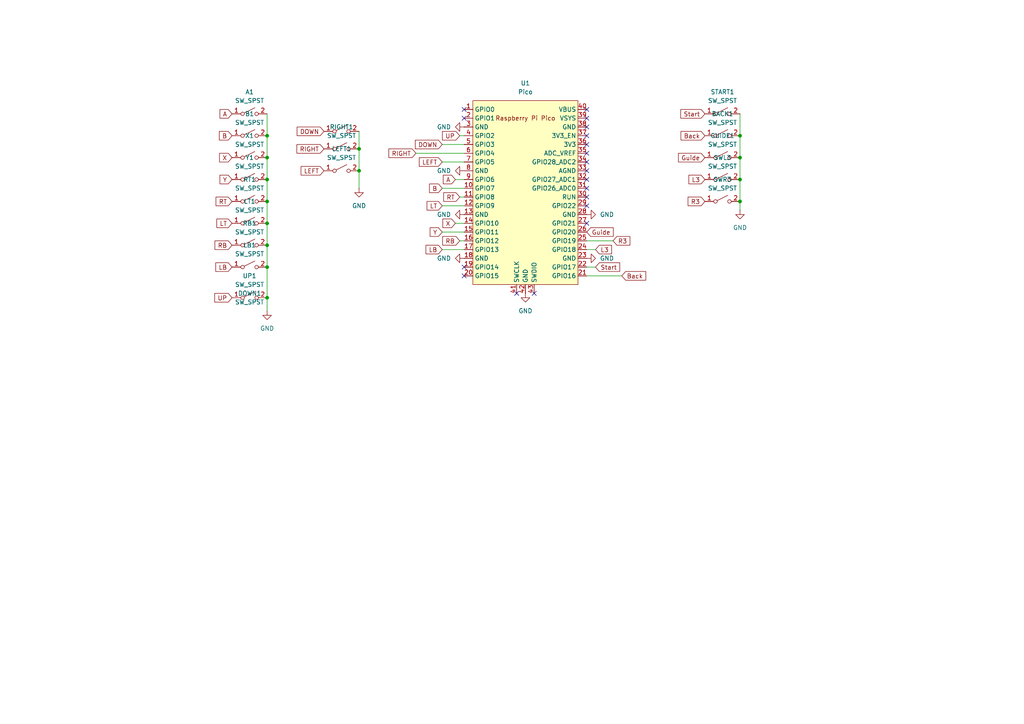
<source format=kicad_sch>
(kicad_sch (version 20231120) (generator "eeschema") (generator_version "8.0")
  (paper "A4")
  (lib_symbols
    (symbol "Switch:SW_SPST" (pin_names (offset 0) hide)
      (property "Reference" "SW" (at 0 3.175 0))
      (property "Value" "SW_SPST" (at 0 -2.54 0))
      (symbol "SW_SPST_0_0"
        (circle (center -2.032 0) (radius 0.508))
        (polyline (pts (xy -1.524 0.254) (xy 1.524 1.778)))
        (circle (center 2.032 0) (radius 0.508))
      )
      (symbol "SW_SPST_1_1"
        (pin passive line (at -5.08 0 0) (length 2.54) (name "A") (number "1"))
        (pin passive line (at 5.08 0 180) (length 2.54) (name "B") (number "2"))
      )
    )
    (symbol "pico:Pico"
      (property "Reference" "U" (at -13.97 27.94 0))
      (property "Value" "Pico" (at 0 19.05 0))
      (symbol "Pico_0_0"
        (text "Raspberry Pi Pico" (at 0 21.59 0) (effects (font (size 1.27 1.27))))
      )
      (symbol "Pico_0_1"
        (rectangle (start -15.24 26.67) (end 15.24 -26.67) (fill (type background)))
      )
      (symbol "Pico_1_1"
        (pin bidirectional line (at -17.78 24.13 0) (length 2.54) (name "GPIO0") (number "1"))
        (pin bidirectional line (at -17.78 1.27 0) (length 2.54) (name "GPIO7") (number "10"))
        (pin bidirectional line (at -17.78 -1.27 0) (length 2.54) (name "GPIO8") (number "11"))
        (pin bidirectional line (at -17.78 -3.81 0) (length 2.54) (name "GPIO9") (number "12"))
        (pin power_in line (at -17.78 -6.35 0) (length 2.54) (name "GND") (number "13"))
        (pin bidirectional line (at -17.78 -8.89 0) (length 2.54) (name "GPIO10") (number "14"))
        (pin bidirectional line (at -17.78 -11.43 0) (length 2.54) (name "GPIO11") (number "15"))
        (pin bidirectional line (at -17.78 -13.97 0) (length 2.54) (name "GPIO12") (number "16"))
        (pin bidirectional line (at -17.78 -16.51 0) (length 2.54) (name "GPIO13") (number "17"))
        (pin power_in line (at -17.78 -19.05 0) (length 2.54) (name "GND") (number "18"))
        (pin bidirectional line (at -17.78 -21.59 0) (length 2.54) (name "GPIO14") (number "19"))
        (pin bidirectional line (at -17.78 21.59 0) (length 2.54) (name "GPIO1") (number "2"))
        (pin bidirectional line (at -17.78 -24.13 0) (length 2.54) (name "GPIO15") (number "20"))
        (pin bidirectional line (at 17.78 -24.13 180) (length 2.54) (name "GPIO16") (number "21"))
        (pin bidirectional line (at 17.78 -21.59 180) (length 2.54) (name "GPIO17") (number "22"))
        (pin power_in line (at 17.78 -19.05 180) (length 2.54) (name "GND") (number "23"))
        (pin bidirectional line (at 17.78 -16.51 180) (length 2.54) (name "GPIO18") (number "24"))
        (pin bidirectional line (at 17.78 -13.97 180) (length 2.54) (name "GPIO19") (number "25"))
        (pin bidirectional line (at 17.78 -11.43 180) (length 2.54) (name "GPIO20") (number "26"))
        (pin bidirectional line (at 17.78 -8.89 180) (length 2.54) (name "GPIO21") (number "27"))
        (pin power_in line (at 17.78 -6.35 180) (length 2.54) (name "GND") (number "28"))
        (pin bidirectional line (at 17.78 -3.81 180) (length 2.54) (name "GPIO22") (number "29"))
        (pin power_in line (at -17.78 19.05 0) (length 2.54) (name "GND") (number "3"))
        (pin input line (at 17.78 -1.27 180) (length 2.54) (name "RUN") (number "30"))
        (pin bidirectional line (at 17.78 1.27 180) (length 2.54) (name "GPIO26_ADC0") (number "31"))
        (pin bidirectional line (at 17.78 3.81 180) (length 2.54) (name "GPIO27_ADC1") (number "32"))
        (pin power_in line (at 17.78 6.35 180) (length 2.54) (name "AGND") (number "33"))
        (pin bidirectional line (at 17.78 8.89 180) (length 2.54) (name "GPIO28_ADC2") (number "34"))
        (pin power_in line (at 17.78 11.43 180) (length 2.54) (name "ADC_VREF") (number "35"))
        (pin power_in line (at 17.78 13.97 180) (length 2.54) (name "3V3") (number "36"))
        (pin input line (at 17.78 16.51 180) (length 2.54) (name "3V3_EN") (number "37"))
        (pin bidirectional line (at 17.78 19.05 180) (length 2.54) (name "GND") (number "38"))
        (pin power_in line (at 17.78 21.59 180) (length 2.54) (name "VSYS") (number "39"))
        (pin bidirectional line (at -17.78 16.51 0) (length 2.54) (name "GPIO2") (number "4"))
        (pin power_in line (at 17.78 24.13 180) (length 2.54) (name "VBUS") (number "40"))
        (pin input line (at -2.54 -29.21 90) (length 2.54) (name "SWCLK") (number "41"))
        (pin power_in line (at 0 -29.21 90) (length 2.54) (name "GND") (number "42"))
        (pin bidirectional line (at 2.54 -29.21 90) (length 2.54) (name "SWDIO") (number "43"))
        (pin bidirectional line (at -17.78 13.97 0) (length 2.54) (name "GPIO3") (number "5"))
        (pin bidirectional line (at -17.78 11.43 0) (length 2.54) (name "GPIO4") (number "6"))
        (pin bidirectional line (at -17.78 8.89 0) (length 2.54) (name "GPIO5") (number "7"))
        (pin power_in line (at -17.78 6.35 0) (length 2.54) (name "GND") (number "8"))
        (pin bidirectional line (at -17.78 3.81 0) (length 2.54) (name "GPIO6") (number "9"))
      )
    )
    (symbol "power:GND" (power) (pin_numbers hide) (pin_names (offset 0) hide)
      (property "Value" "GND" (at 0 -3.81 0))
      (symbol "GND_0_1"
        (polyline (pts (xy 0 0) (xy 0 -1.27) (xy 1.27 -1.27) (xy 0 -2.54) (xy -1.27 -1.27) (xy 0 -1.27)))
      )
      (symbol "GND_1_1"
        (pin power_in line (at 0 0 270) (length 0) (name "~") (number "1"))
      )
    )
  )
  (junction (at 77.47 39.37))
  (junction (at 77.47 86.36))
  (junction (at 214.63 58.42))
  (junction (at 77.47 71.12))
  (junction (at 77.47 77.47))
  (junction (at 77.47 64.77))
  (junction (at 214.63 39.37))
  (junction (at 214.63 52.07))
  (junction (at 77.47 58.42))
  (junction (at 214.63 45.72))
  (junction (at 77.47 45.72))
  (junction (at 104.14 49.53))
  (junction (at 77.47 52.07))
  (junction (at 104.14 43.18))
  (no_connect (at 170.18 59.69))
  (no_connect (at 134.62 31.75))
  (no_connect (at 170.18 46.99))
  (no_connect (at 170.18 36.83))
  (no_connect (at 170.18 41.91))
  (no_connect (at 149.86 85.09))
  (no_connect (at 170.18 52.07))
  (no_connect (at 170.18 34.29))
  (no_connect (at 134.62 77.47))
  (no_connect (at 170.18 64.77))
  (no_connect (at 170.18 31.75))
  (no_connect (at 134.62 34.29))
  (no_connect (at 170.18 39.37))
  (no_connect (at 170.18 54.61))
  (no_connect (at 170.18 44.45))
  (no_connect (at 170.18 49.53))
  (no_connect (at 170.18 57.15))
  (no_connect (at 154.94 85.09))
  (no_connect (at 134.62 80.01))
  (wire (pts (xy 133.35 57.15) (xy 134.62 57.15)))
  (wire (pts (xy 77.47 45.72) (xy 77.47 52.07)))
  (wire (pts (xy 132.08 64.77) (xy 134.62 64.77)))
  (wire (pts (xy 214.63 52.07) (xy 214.63 58.42)))
  (wire (pts (xy 77.47 86.36) (xy 77.47 90.17)))
  (wire (pts (xy 132.08 52.07) (xy 134.62 52.07)))
  (wire (pts (xy 128.27 46.99) (xy 134.62 46.99)))
  (wire (pts (xy 214.63 45.72) (xy 214.63 52.07)))
  (wire (pts (xy 77.47 52.07) (xy 77.47 58.42)))
  (wire (pts (xy 128.27 59.69) (xy 134.62 59.69)))
  (wire (pts (xy 77.47 58.42) (xy 77.47 64.77)))
  (wire (pts (xy 77.47 71.12) (xy 77.47 77.47)))
  (wire (pts (xy 128.27 67.31) (xy 134.62 67.31)))
  (wire (pts (xy 104.14 38.1) (xy 104.14 43.18)))
  (wire (pts (xy 77.47 39.37) (xy 77.47 45.72)))
  (wire (pts (xy 77.47 33.02) (xy 77.47 39.37)))
  (wire (pts (xy 170.18 77.47) (xy 172.72 77.47)))
  (wire (pts (xy 128.27 72.39) (xy 134.62 72.39)))
  (wire (pts (xy 170.18 72.39) (xy 172.72 72.39)))
  (wire (pts (xy 77.47 77.47) (xy 77.47 86.36)))
  (wire (pts (xy 170.18 69.85) (xy 177.8 69.85)))
  (wire (pts (xy 214.63 39.37) (xy 214.63 45.72)))
  (wire (pts (xy 214.63 33.02) (xy 214.63 39.37)))
  (wire (pts (xy 104.14 49.53) (xy 104.14 43.18)))
  (wire (pts (xy 128.27 41.91) (xy 134.62 41.91)))
  (wire (pts (xy 104.14 54.61) (xy 104.14 49.53)))
  (wire (pts (xy 128.27 54.61) (xy 134.62 54.61)))
  (wire (pts (xy 170.18 80.01) (xy 180.34 80.01)))
  (wire (pts (xy 120.65 44.45) (xy 134.62 44.45)))
  (wire (pts (xy 214.63 58.42) (xy 214.63 60.96)))
  (wire (pts (xy 133.35 69.85) (xy 134.62 69.85)))
  (wire (pts (xy 133.35 39.37) (xy 134.62 39.37)))
  (wire (pts (xy 77.47 64.77) (xy 77.47 71.12)))
  (global_label "R3" (shape input) (at 204.47 58.42 180) (property "Intersheetrefs" "${INTERSHEET_REFS}" (effects (hide yes))))
  (global_label "Start" (shape input) (at 172.72 77.47 0) (property "Intersheetrefs" "${INTERSHEET_REFS}" (effects (hide yes))))
  (global_label "B" (shape input) (at 67.31 39.37 180) (property "Intersheetrefs" "${INTERSHEET_REFS}" (effects (hide yes))))
  (global_label "Back" (shape input) (at 204.47 39.37 180) (property "Intersheetrefs" "${INTERSHEET_REFS}" (effects (hide yes))))
  (global_label "LT" (shape input) (at 128.27 59.69 180) (property "Intersheetrefs" "${INTERSHEET_REFS}" (effects (hide yes))))
  (global_label "L3" (shape input) (at 204.47 52.07 180) (property "Intersheetrefs" "${INTERSHEET_REFS}" (effects (hide yes))))
  (global_label "LEFT" (shape input) (at 93.98 49.53 180) (property "Intersheetrefs" "${INTERSHEET_REFS}" (effects (hide yes))))
  (global_label "Y" (shape input) (at 128.27 67.31 180) (property "Intersheetrefs" "${INTERSHEET_REFS}" (effects (hide yes))))
  (global_label "LT" (shape input) (at 67.31 64.77 180) (property "Intersheetrefs" "${INTERSHEET_REFS}" (effects (hide yes))))
  (global_label "X" (shape input) (at 132.08 64.77 180) (property "Intersheetrefs" "${INTERSHEET_REFS}" (effects (hide yes))))
  (global_label "RT" (shape input) (at 67.31 58.42 180) (property "Intersheetrefs" "${INTERSHEET_REFS}" (effects (hide yes))))
  (global_label "RIGHT" (shape input) (at 120.65 44.45 180) (property "Intersheetrefs" "${INTERSHEET_REFS}" (effects (hide yes))))
  (global_label "LB" (shape input) (at 67.31 77.47 180) (property "Intersheetrefs" "${INTERSHEET_REFS}" (effects (hide yes))))
  (global_label "RIGHT" (shape input) (at 93.98 43.18 180) (property "Intersheetrefs" "${INTERSHEET_REFS}" (effects (hide yes))))
  (global_label "UP" (shape input) (at 133.35 39.37 180) (property "Intersheetrefs" "${INTERSHEET_REFS}" (effects (hide yes))))
  (global_label "DOWN" (shape input) (at 128.27 41.91 180) (property "Intersheetrefs" "${INTERSHEET_REFS}" (effects (hide yes))))
  (global_label "B" (shape input) (at 128.27 54.61 180) (property "Intersheetrefs" "${INTERSHEET_REFS}" (effects (hide yes))))
  (global_label "Guide" (shape input) (at 170.18 67.31 0) (property "Intersheetrefs" "${INTERSHEET_REFS}" (effects (hide yes))))
  (global_label "LEFT" (shape input) (at 128.27 46.99 180) (property "Intersheetrefs" "${INTERSHEET_REFS}" (effects (hide yes))))
  (global_label "Y" (shape input) (at 67.31 52.07 180) (property "Intersheetrefs" "${INTERSHEET_REFS}" (effects (hide yes))))
  (global_label "X" (shape input) (at 67.31 45.72 180) (property "Intersheetrefs" "${INTERSHEET_REFS}" (effects (hide yes))))
  (global_label "RT" (shape input) (at 133.35 57.15 180) (property "Intersheetrefs" "${INTERSHEET_REFS}" (effects (hide yes))))
  (global_label "A" (shape input) (at 132.08 52.07 180) (property "Intersheetrefs" "${INTERSHEET_REFS}" (effects (hide yes))))
  (global_label "DOWN" (shape input) (at 93.98 38.1 180) (property "Intersheetrefs" "${INTERSHEET_REFS}" (effects (hide yes))))
  (global_label "A" (shape input) (at 67.31 33.02 180) (property "Intersheetrefs" "${INTERSHEET_REFS}" (effects (hide yes))))
  (global_label "LB" (shape input) (at 128.27 72.39 180) (property "Intersheetrefs" "${INTERSHEET_REFS}" (effects (hide yes))))
  (global_label "R3" (shape input) (at 177.8 69.85 0) (property "Intersheetrefs" "${INTERSHEET_REFS}" (effects (hide yes))))
  (global_label "Back" (shape input) (at 180.34 80.01 0) (property "Intersheetrefs" "${INTERSHEET_REFS}" (effects (hide yes))))
  (global_label "UP" (shape input) (at 67.31 86.36 180) (property "Intersheetrefs" "${INTERSHEET_REFS}" (effects (hide yes))))
  (global_label "RB" (shape input) (at 67.31 71.12 180) (property "Intersheetrefs" "${INTERSHEET_REFS}" (effects (hide yes))))
  (global_label "Guide" (shape input) (at 204.47 45.72 180) (property "Intersheetrefs" "${INTERSHEET_REFS}" (effects (hide yes))))
  (global_label "Start" (shape input) (at 204.47 33.02 180) (property "Intersheetrefs" "${INTERSHEET_REFS}" (effects (hide yes))))
  (global_label "RB" (shape input) (at 133.35 69.85 180) (property "Intersheetrefs" "${INTERSHEET_REFS}" (effects (hide yes))))
  (global_label "L3" (shape input) (at 172.72 72.39 0) (property "Intersheetrefs" "${INTERSHEET_REFS}" (effects (hide yes))))
  (symbol (lib_id "Switch:SW_SPST") (at 72.39 86.36 0) (unit 1)
    (property "Reference" "UP1" (at 72.39 80.01 0))
    (property "Value" "SW_SPST" (at 72.39 82.55 0))
    (property "Footprint" "Button_Switch_Keyboard:SW_Cherry_MX_1.00u_PCB" (effects (hide yes)))
    (property "Description" "Single Pole Single Throw (SPST) switch" (effects (hide yes)))
  )
  (symbol (lib_id "Switch:SW_SPST") (at 72.39 71.12 0) (unit 1)
    (property "Reference" "RB1" (at 72.39 64.77 0))
    (property "Value" "SW_SPST" (at 72.39 67.31 0))
    (property "Footprint" "Button_Switch_Keyboard:SW_Cherry_MX_1.00u_PCB" (effects (hide yes)))
    (property "Description" "Single Pole Single Throw (SPST) switch" (effects (hide yes)))
  )
  (symbol (lib_id "Switch:SW_SPST") (at 209.55 58.42 0) (unit 1)
    (property "Reference" "SWR3" (at 209.55 52.07 0))
    (property "Value" "SW_SPST" (at 209.55 54.61 0))
    (property "Footprint" "Button_Switch_Keyboard:SW_Cherry_MX_1.00u_PCB" (effects (hide yes)))
    (property "Description" "Single Pole Single Throw (SPST) switch" (effects (hide yes)))
  )
  (symbol (lib_id "Switch:SW_SPST") (at 72.39 58.42 0) (unit 1)
    (property "Reference" "RT1" (at 72.39 52.07 0))
    (property "Value" "SW_SPST" (at 72.39 54.61 0))
    (property "Footprint" "Button_Switch_Keyboard:SW_Cherry_MX_1.00u_PCB" (effects (hide yes)))
    (property "Description" "Single Pole Single Throw (SPST) switch" (effects (hide yes)))
  )
  (symbol (lib_id "power:GND") (at 134.62 62.23 270) (unit 1)
    (property "Reference" "#PWR07" (effects (hide yes)))
    (property "Value" "GND" (at 130.81 62.2299 90) (effects (justify right)))
    (property "Description" "Power symbol creates a global label with name \"GND\" , ground" (effects (hide yes)))
  )
  (symbol (lib_id "Switch:SW_SPST") (at 99.06 43.18 0) (unit 1)
    (property "Reference" "RIGHT1" (at 99.06 36.83 0))
    (property "Value" "SW_SPST" (at 99.06 39.37 0))
    (property "Footprint" "Button_Switch_Keyboard:SW_Cherry_MX_1.00u_PCB" (effects (hide yes)))
    (property "Description" "Single Pole Single Throw (SPST) switch" (effects (hide yes)))
  )
  (symbol (lib_id "Switch:SW_SPST") (at 72.39 33.02 0) (unit 1)
    (property "Reference" "A1" (at 72.39 26.67 0))
    (property "Value" "SW_SPST" (at 72.39 29.21 0))
    (property "Footprint" "Button_Switch_Keyboard:SW_Cherry_MX_1.00u_PCB" (effects (hide yes)))
    (property "Description" "Single Pole Single Throw (SPST) switch" (effects (hide yes)))
  )
  (symbol (lib_id "Switch:SW_SPST") (at 72.39 77.47 0) (unit 1)
    (property "Reference" "LB1" (at 72.39 71.12 0))
    (property "Value" "SW_SPST" (at 72.39 73.66 0))
    (property "Footprint" "Button_Switch_Keyboard:SW_Cherry_MX_1.00u_PCB" (effects (hide yes)))
    (property "Description" "Single Pole Single Throw (SPST) switch" (effects (hide yes)))
  )
  (symbol (lib_id "Switch:SW_SPST") (at 209.55 45.72 0) (unit 1)
    (property "Reference" "GUIDE1" (at 209.55 39.37 0))
    (property "Value" "SW_SPST" (at 209.55 41.91 0))
    (property "Footprint" "Button_Switch_Keyboard:SW_Cherry_MX_1.00u_PCB" (effects (hide yes)))
    (property "Description" "Single Pole Single Throw (SPST) switch" (effects (hide yes)))
  )
  (symbol (lib_id "pico:Pico") (at 152.4 55.88 0) (unit 1)
    (property "Reference" "U1" (at 152.4 24.13 0))
    (property "Value" "Pico" (at 152.4 26.67 0))
    (property "Footprint" "PICO:RPi_Pico_SMD_TH" (effects (hide yes)))
  )
  (symbol (lib_id "Switch:SW_SPST") (at 72.39 45.72 0) (unit 1)
    (property "Reference" "X1" (at 72.39 39.37 0))
    (property "Value" "SW_SPST" (at 72.39 41.91 0))
    (property "Footprint" "Button_Switch_Keyboard:SW_Cherry_MX_1.00u_PCB" (effects (hide yes)))
    (property "Description" "Single Pole Single Throw (SPST) switch" (effects (hide yes)))
  )
  (symbol (lib_id "Switch:SW_SPST") (at 72.39 39.37 0) (unit 1)
    (property "Reference" "B1" (at 72.39 33.02 0))
    (property "Value" "SW_SPST" (at 72.39 35.56 0))
    (property "Footprint" "Button_Switch_Keyboard:SW_Cherry_MX_1.00u_PCB" (effects (hide yes)))
    (property "Description" "Single Pole Single Throw (SPST) switch" (effects (hide yes)))
  )
  (symbol (lib_id "power:GND") (at 170.18 74.93 90) (unit 1)
    (property "Reference" "#PWR04" (effects (hide yes)))
    (property "Value" "GND" (at 173.99 74.9299 90) (effects (justify right)))
    (property "Description" "Power symbol creates a global label with name \"GND\" , ground" (effects (hide yes)))
  )
  (symbol (lib_id "Switch:SW_SPST") (at 99.06 49.53 0) (unit 1)
    (property "Reference" "LEFT1" (at 99.06 43.18 0))
    (property "Value" "SW_SPST" (at 99.06 45.72 0))
    (property "Footprint" "Button_Switch_Keyboard:SW_Cherry_MX_1.00u_PCB" (effects (hide yes)))
    (property "Description" "Single Pole Single Throw (SPST) switch" (effects (hide yes)))
  )
  (symbol (lib_id "power:GND") (at 104.14 54.61 0) (unit 1)
    (property "Reference" "#PWR03" (effects (hide yes)))
    (property "Value" "GND" (at 104.14 59.69 0))
    (property "Description" "Power symbol creates a global label with name \"GND\" , ground" (effects (hide yes)))
  )
  (symbol (lib_id "Switch:SW_SPST") (at 209.55 52.07 0) (unit 1)
    (property "Reference" "SWL3" (at 209.55 45.72 0))
    (property "Value" "SW_SPST" (at 209.55 48.26 0))
    (property "Footprint" "Button_Switch_Keyboard:SW_Cherry_MX_1.00u_PCB" (effects (hide yes)))
    (property "Description" "Single Pole Single Throw (SPST) switch" (effects (hide yes)))
  )
  (symbol (lib_id "power:GND") (at 170.18 62.23 90) (unit 1)
    (property "Reference" "#PWR02" (effects (hide yes)))
    (property "Value" "GND" (at 173.99 62.2299 90) (effects (justify right)))
    (property "Description" "Power symbol creates a global label with name \"GND\" , ground" (effects (hide yes)))
  )
  (symbol (lib_id "Switch:SW_SPST") (at 72.39 64.77 0) (unit 1)
    (property "Reference" "LT1" (at 72.39 58.42 0))
    (property "Value" "SW_SPST" (at 72.39 60.96 0))
    (property "Footprint" "Button_Switch_Keyboard:SW_Cherry_MX_1.00u_PCB" (effects (hide yes)))
    (property "Description" "Single Pole Single Throw (SPST) switch" (effects (hide yes)))
  )
  (symbol (lib_id "Switch:SW_SPST") (at 72.39 52.07 0) (unit 1)
    (property "Reference" "Y1" (at 72.39 45.72 0))
    (property "Value" "SW_SPST" (at 72.39 48.26 0))
    (property "Footprint" "Button_Switch_Keyboard:SW_Cherry_MX_1.00u_PCB" (effects (hide yes)))
    (property "Description" "Single Pole Single Throw (SPST) switch" (effects (hide yes)))
  )
  (symbol (lib_id "Switch:SW_SPST") (at 209.55 39.37 0) (unit 1)
    (property "Reference" "BACK1" (at 209.55 33.02 0))
    (property "Value" "SW_SPST" (at 209.55 35.56 0))
    (property "Footprint" "Button_Switch_Keyboard:SW_Cherry_MX_1.00u_PCB" (effects (hide yes)))
    (property "Description" "Single Pole Single Throw (SPST) switch" (effects (hide yes)))
  )
  (symbol (lib_id "power:GND") (at 214.63 60.96 0) (unit 1)
    (property "Reference" "#PWR010" (effects (hide yes)))
    (property "Value" "GND" (at 214.63 66.04 0))
    (property "Description" "Power symbol creates a global label with name \"GND\" , ground" (effects (hide yes)))
  )
  (symbol (lib_id "power:GND") (at 134.62 74.93 270) (unit 1)
    (property "Reference" "#PWR05" (effects (hide yes)))
    (property "Value" "GND" (at 130.81 74.9299 90) (effects (justify right)))
    (property "Description" "Power symbol creates a global label with name \"GND\" , ground" (effects (hide yes)))
  )
  (symbol (lib_id "power:GND") (at 134.62 36.83 270) (unit 1)
    (property "Reference" "#PWR01" (effects (hide yes)))
    (property "Value" "GND" (at 130.81 36.8299 90) (effects (justify right)))
    (property "Description" "Power symbol creates a global label with name \"GND\" , ground" (effects (hide yes)))
  )
  (symbol (lib_id "Switch:SW_SPST") (at 99.06 38.1 0) (unit 1)
    (property "Reference" "DOWN1" (at 72.39 85.09 0))
    (property "Value" "SW_SPST" (at 72.39 87.63 0))
    (property "Footprint" "Button_Switch_Keyboard:SW_Cherry_MX_1.00u_PCB" (effects (hide yes)))
    (property "Description" "Single Pole Single Throw (SPST) switch" (effects (hide yes)))
  )
  (symbol (lib_id "power:GND") (at 134.62 49.53 270) (unit 1)
    (property "Reference" "#PWR08" (effects (hide yes)))
    (property "Value" "GND" (at 130.81 49.5299 90) (effects (justify right)))
    (property "Description" "Power symbol creates a global label with name \"GND\" , ground" (effects (hide yes)))
  )
  (symbol (lib_id "Switch:SW_SPST") (at 209.55 33.02 0) (unit 1)
    (property "Reference" "START1" (at 209.55 26.67 0))
    (property "Value" "SW_SPST" (at 209.55 29.21 0))
    (property "Footprint" "Button_Switch_Keyboard:SW_Cherry_MX_1.00u_PCB" (effects (hide yes)))
    (property "Description" "Single Pole Single Throw (SPST) switch" (effects (hide yes)))
  )
  (symbol (lib_id "power:GND") (at 77.47 90.17 0) (unit 1)
    (property "Reference" "#PWR09" (effects (hide yes)))
    (property "Value" "GND" (at 77.47 95.25 0))
    (property "Description" "Power symbol creates a global label with name \"GND\" , ground" (effects (hide yes)))
  )
  (symbol (lib_id "power:GND") (at 152.4 85.09 0) (unit 1)
    (property "Reference" "#PWR06" (effects (hide yes)))
    (property "Value" "GND" (at 152.4 90.17 0))
    (property "Description" "Power symbol creates a global label with name \"GND\" , ground" (effects (hide yes)))
  )
)
</source>
